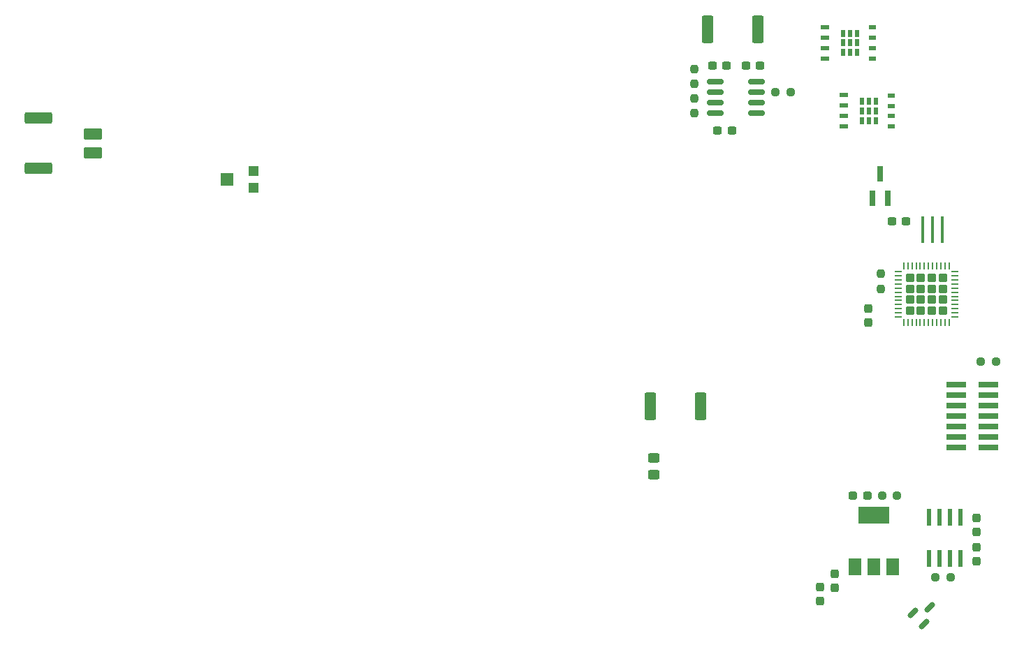
<source format=gbr>
%TF.GenerationSoftware,KiCad,Pcbnew,(6.0.1)*%
%TF.CreationDate,2022-02-14T12:03:10-05:00*%
%TF.ProjectId,high-voltage-board,68696768-2d76-46f6-9c74-6167652d626f,rev?*%
%TF.SameCoordinates,Original*%
%TF.FileFunction,Paste,Top*%
%TF.FilePolarity,Positive*%
%FSLAX46Y46*%
G04 Gerber Fmt 4.6, Leading zero omitted, Abs format (unit mm)*
G04 Created by KiCad (PCBNEW (6.0.1)) date 2022-02-14 12:03:10*
%MOMM*%
%LPD*%
G01*
G04 APERTURE LIST*
G04 Aperture macros list*
%AMRoundRect*
0 Rectangle with rounded corners*
0 $1 Rounding radius*
0 $2 $3 $4 $5 $6 $7 $8 $9 X,Y pos of 4 corners*
0 Add a 4 corners polygon primitive as box body*
4,1,4,$2,$3,$4,$5,$6,$7,$8,$9,$2,$3,0*
0 Add four circle primitives for the rounded corners*
1,1,$1+$1,$2,$3*
1,1,$1+$1,$4,$5*
1,1,$1+$1,$6,$7*
1,1,$1+$1,$8,$9*
0 Add four rect primitives between the rounded corners*
20,1,$1+$1,$2,$3,$4,$5,0*
20,1,$1+$1,$4,$5,$6,$7,0*
20,1,$1+$1,$6,$7,$8,$9,0*
20,1,$1+$1,$8,$9,$2,$3,0*%
G04 Aperture macros list end*
%ADD10R,0.800000X1.900000*%
%ADD11RoundRect,0.237500X-0.287500X-0.237500X0.287500X-0.237500X0.287500X0.237500X-0.287500X0.237500X0*%
%ADD12RoundRect,0.237500X0.237500X-0.250000X0.237500X0.250000X-0.237500X0.250000X-0.237500X-0.250000X0*%
%ADD13R,1.500000X2.000000*%
%ADD14R,3.800000X2.000000*%
%ADD15RoundRect,0.237500X-0.300000X-0.237500X0.300000X-0.237500X0.300000X0.237500X-0.300000X0.237500X0*%
%ADD16R,0.600000X0.900000*%
%ADD17R,0.900000X0.600000*%
%ADD18R,1.050000X0.600000*%
%ADD19RoundRect,0.237500X-0.237500X0.300000X-0.237500X-0.300000X0.237500X-0.300000X0.237500X0.300000X0*%
%ADD20RoundRect,0.237500X0.237500X-0.300000X0.237500X0.300000X-0.237500X0.300000X-0.237500X-0.300000X0*%
%ADD21RoundRect,0.249999X0.450001X1.425001X-0.450001X1.425001X-0.450001X-1.425001X0.450001X-1.425001X0*%
%ADD22R,1.200000X1.200000*%
%ADD23R,1.500000X1.600000*%
%ADD24RoundRect,0.150000X-0.309359X-0.521491X0.521491X0.309359X0.309359X0.521491X-0.521491X-0.309359X0*%
%ADD25RoundRect,0.249999X1.425001X-0.450001X1.425001X0.450001X-1.425001X0.450001X-1.425001X-0.450001X0*%
%ADD26RoundRect,0.237500X0.250000X0.237500X-0.250000X0.237500X-0.250000X-0.237500X0.250000X-0.237500X0*%
%ADD27RoundRect,0.041300X-0.253700X0.943700X-0.253700X-0.943700X0.253700X-0.943700X0.253700X0.943700X0*%
%ADD28RoundRect,0.249999X-0.450001X-1.425001X0.450001X-1.425001X0.450001X1.425001X-0.450001X1.425001X0*%
%ADD29RoundRect,0.237500X-0.237500X0.250000X-0.237500X-0.250000X0.237500X-0.250000X0.237500X0.250000X0*%
%ADD30RoundRect,0.250001X-0.849999X0.462499X-0.849999X-0.462499X0.849999X-0.462499X0.849999X0.462499X0*%
%ADD31R,0.400000X3.200000*%
%ADD32RoundRect,0.250000X-0.285000X0.285000X-0.285000X-0.285000X0.285000X-0.285000X0.285000X0.285000X0*%
%ADD33RoundRect,0.062500X-0.062500X0.337500X-0.062500X-0.337500X0.062500X-0.337500X0.062500X0.337500X0*%
%ADD34RoundRect,0.062500X-0.337500X0.062500X-0.337500X-0.062500X0.337500X-0.062500X0.337500X0.062500X0*%
%ADD35RoundRect,0.237500X-0.250000X-0.237500X0.250000X-0.237500X0.250000X0.237500X-0.250000X0.237500X0*%
%ADD36RoundRect,0.150000X0.825000X0.150000X-0.825000X0.150000X-0.825000X-0.150000X0.825000X-0.150000X0*%
%ADD37R,2.400000X0.740000*%
%ADD38RoundRect,0.250000X-0.450000X0.325000X-0.450000X-0.325000X0.450000X-0.325000X0.450000X0.325000X0*%
G04 APERTURE END LIST*
D10*
%TO.C,Q3*%
X210124000Y-64492000D03*
X212024000Y-64492000D03*
X211074000Y-61492000D03*
%TD*%
D11*
%TO.C,D2*%
X207772000Y-100584000D03*
X209522000Y-100584000D03*
%TD*%
D12*
%TO.C,R3*%
X188528700Y-54178600D03*
X188528700Y-52353600D03*
%TD*%
D13*
%TO.C,U4*%
X208012000Y-109195000D03*
D14*
X210312000Y-102895000D03*
D13*
X210312000Y-109195000D03*
X212612000Y-109195000D03*
%TD*%
D12*
%TO.C,R4*%
X188528700Y-50622600D03*
X188528700Y-48797600D03*
%TD*%
D15*
%TO.C,C10*%
X212497500Y-67310000D03*
X214222500Y-67310000D03*
%TD*%
D16*
%TO.C,Q2*%
X210553700Y-55052100D03*
X208853700Y-53902100D03*
X208853700Y-55052100D03*
D17*
X212403700Y-55782100D03*
X212403700Y-54502100D03*
X212403700Y-53302100D03*
D16*
X209703700Y-52752100D03*
X208853700Y-52752100D03*
D17*
X212403700Y-52022100D03*
D16*
X210553700Y-53902100D03*
X210553700Y-52752100D03*
X209703700Y-55052100D03*
X209703700Y-53902100D03*
D18*
X206683700Y-51992100D03*
X206683700Y-53262100D03*
X206683700Y-54542100D03*
X206683700Y-55812100D03*
%TD*%
D19*
%TO.C,C3*%
X222758000Y-106833500D03*
X222758000Y-108558500D03*
%TD*%
D20*
%TO.C,C1*%
X209677000Y-79602500D03*
X209677000Y-77877500D03*
%TD*%
D15*
%TO.C,C5*%
X191375700Y-56314100D03*
X193100700Y-56314100D03*
%TD*%
D21*
%TO.C,R20*%
X189292700Y-89715100D03*
X183192700Y-89715100D03*
%TD*%
D22*
%TO.C,RV1*%
X135150000Y-63230000D03*
D23*
X131900000Y-62230000D03*
D22*
X135150000Y-61230000D03*
%TD*%
D20*
%TO.C,C7*%
X222758000Y-105002500D03*
X222758000Y-103277500D03*
%TD*%
D24*
%TO.C,D3*%
X215073336Y-114799161D03*
X216416839Y-116142664D03*
X217070913Y-114145087D03*
%TD*%
D25*
%TO.C,R15*%
X109026700Y-60888100D03*
X109026700Y-54788100D03*
%TD*%
D15*
%TO.C,C6*%
X190714200Y-48440100D03*
X192439200Y-48440100D03*
%TD*%
D26*
%TO.C,R13*%
X219606500Y-110490000D03*
X217781500Y-110490000D03*
%TD*%
D15*
%TO.C,C4*%
X194778200Y-48440100D03*
X196503200Y-48440100D03*
%TD*%
D27*
%TO.C,U1*%
X220853000Y-103189000D03*
X219583000Y-103189000D03*
X218313000Y-103189000D03*
X217043000Y-103189000D03*
X217043000Y-108139000D03*
X218313000Y-108139000D03*
X219583000Y-108139000D03*
X220853000Y-108139000D03*
%TD*%
D28*
%TO.C,R6*%
X190177700Y-43995100D03*
X196277700Y-43995100D03*
%TD*%
D29*
%TO.C,R12*%
X211201000Y-73636500D03*
X211201000Y-75461500D03*
%TD*%
D16*
%TO.C,Q1*%
X206591700Y-45646100D03*
D17*
X210141700Y-47526100D03*
D16*
X208291700Y-46796100D03*
X207441700Y-44496100D03*
X207441700Y-45646100D03*
X206591700Y-46796100D03*
X208291700Y-45646100D03*
D17*
X210141700Y-45046100D03*
D16*
X206591700Y-44496100D03*
D17*
X210141700Y-43766100D03*
X210141700Y-46246100D03*
D16*
X208291700Y-44496100D03*
X207441700Y-46796100D03*
D18*
X204421700Y-43736100D03*
X204421700Y-45006100D03*
X204421700Y-46286100D03*
X204421700Y-47556100D03*
%TD*%
D20*
%TO.C,C12*%
X205613000Y-111733500D03*
X205613000Y-110008500D03*
%TD*%
%TO.C,C9*%
X203835000Y-113384500D03*
X203835000Y-111659500D03*
%TD*%
D30*
%TO.C,L1*%
X115630700Y-56675600D03*
X115630700Y-59000600D03*
%TD*%
D31*
%TO.C,Y1*%
X216224000Y-68326000D03*
X217424000Y-68326000D03*
X218624000Y-68326000D03*
%TD*%
D32*
%TO.C,U5*%
X214707700Y-78117600D03*
X218667700Y-76797600D03*
X217347700Y-74157600D03*
X216027700Y-75477600D03*
X218667700Y-74157600D03*
X217347700Y-76797600D03*
X217347700Y-75477600D03*
X216027700Y-74157600D03*
X217347700Y-78117600D03*
X218667700Y-78117600D03*
X214707700Y-75477600D03*
X216027700Y-76797600D03*
X214707700Y-76797600D03*
X218667700Y-75477600D03*
X216027700Y-78117600D03*
X214707700Y-74157600D03*
D33*
X219437700Y-72687600D03*
X218937700Y-72687600D03*
X218437700Y-72687600D03*
X217937700Y-72687600D03*
X217437700Y-72687600D03*
X216937700Y-72687600D03*
X216437700Y-72687600D03*
X215937700Y-72687600D03*
X215437700Y-72687600D03*
X214937700Y-72687600D03*
X214437700Y-72687600D03*
X213937700Y-72687600D03*
D34*
X213237700Y-73387600D03*
X213237700Y-73887600D03*
X213237700Y-74387600D03*
X213237700Y-74887600D03*
X213237700Y-75387600D03*
X213237700Y-75887600D03*
X213237700Y-76387600D03*
X213237700Y-76887600D03*
X213237700Y-77387600D03*
X213237700Y-77887600D03*
X213237700Y-78387600D03*
X213237700Y-78887600D03*
D33*
X213937700Y-79587600D03*
X214437700Y-79587600D03*
X214937700Y-79587600D03*
X215437700Y-79587600D03*
X215937700Y-79587600D03*
X216437700Y-79587600D03*
X216937700Y-79587600D03*
X217437700Y-79587600D03*
X217937700Y-79587600D03*
X218437700Y-79587600D03*
X218937700Y-79587600D03*
X219437700Y-79587600D03*
D34*
X220137700Y-78887600D03*
X220137700Y-78387600D03*
X220137700Y-77887600D03*
X220137700Y-77387600D03*
X220137700Y-76887600D03*
X220137700Y-76387600D03*
X220137700Y-75887600D03*
X220137700Y-75387600D03*
X220137700Y-74887600D03*
X220137700Y-74387600D03*
X220137700Y-73887600D03*
X220137700Y-73387600D03*
%TD*%
D35*
%TO.C,R7*%
X211304500Y-100584000D03*
X213129500Y-100584000D03*
%TD*%
D36*
%TO.C,U3*%
X196083700Y-54155100D03*
X196083700Y-52885100D03*
X196083700Y-51615100D03*
X196083700Y-50345100D03*
X191133700Y-50345100D03*
X191133700Y-51615100D03*
X191133700Y-52885100D03*
X191133700Y-54155100D03*
%TD*%
D37*
%TO.C,J10*%
X224200000Y-94742000D03*
X220300000Y-94742000D03*
X224200000Y-93472000D03*
X220300000Y-93472000D03*
X224200000Y-92202000D03*
X220300000Y-92202000D03*
X224200000Y-90932000D03*
X220300000Y-90932000D03*
X224200000Y-89662000D03*
X220300000Y-89662000D03*
X224200000Y-88392000D03*
X220300000Y-88392000D03*
X224200000Y-87122000D03*
X220300000Y-87122000D03*
%TD*%
D38*
%TO.C,L2*%
X183642000Y-95994000D03*
X183642000Y-98044000D03*
%TD*%
D26*
%TO.C,R5*%
X200236200Y-51615100D03*
X198411200Y-51615100D03*
%TD*%
%TO.C,R11*%
X225091000Y-84328000D03*
X223266000Y-84328000D03*
%TD*%
M02*

</source>
